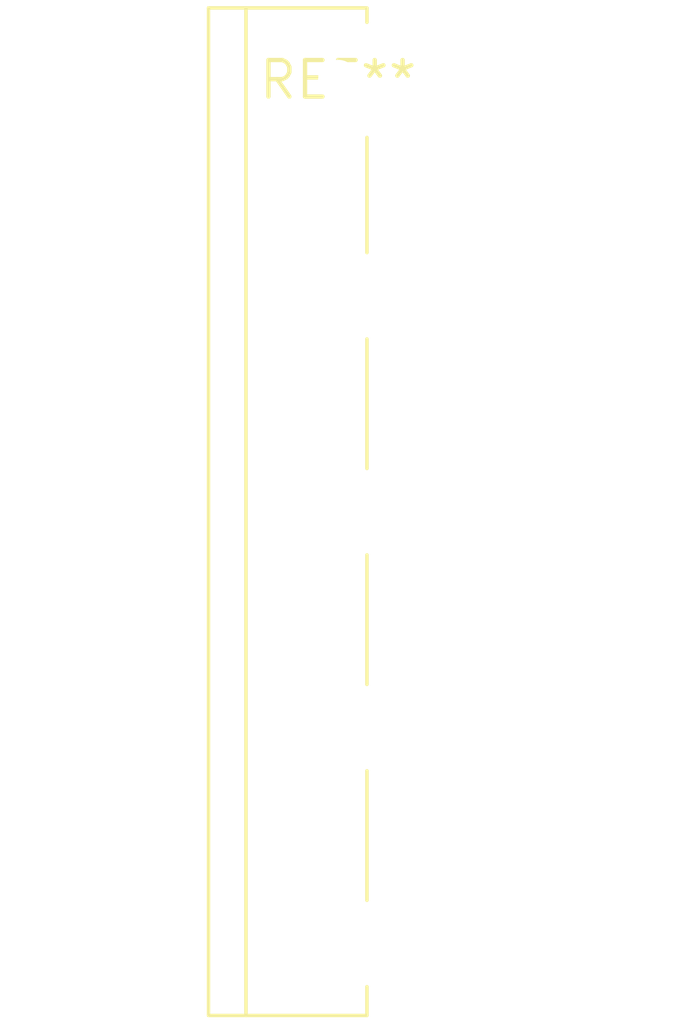
<source format=kicad_pcb>
(kicad_pcb (version 20240108) (generator pcbnew)
  (layers (0 "F.Cu" signal) (31 "B.Cu" signal) (34 "B.Paste" user) (35 "F.Paste" user) (36 "B.SilkS" user "B.Silkscreen") (37 "F.SilkS" user "F.Silkscreen") (38 "B.Mask" user) (39 "F.Mask" user) (44 "Edge.Cuts" user))
  (net 0 "")
  (footprint "Diode_Bridge_IXYS_GUFP" (layer "F.Cu") (at 0 0)
    (property "Reference" "REF**")
    (property "Value" "Diode_Bridge_IXYS_GUFP")
    (fp_line (start -4.5 -2.5) (end -4.5 32.5) (layer "F.SilkS") (stroke (width 0.12)))
    (fp_line (start -3.2 -2.5) (end -3.2 32.5) (layer "F.SilkS") (stroke (width 0.12)))
    (fp_line (start 1 -2.5) (end -4.5 -2.5) (layer "F.SilkS") (stroke (width 0.12)))
    (fp_line (start 1 -2.5) (end 1 -2) (layer "F.SilkS") (stroke (width 0.12)))
    (fp_line (start 1 2) (end 1 6) (layer "F.SilkS") (stroke (width 0.12)))
    (fp_line (start 1 9) (end 1 13.5) (layer "F.SilkS") (stroke (width 0.12)))
    (fp_line (start 1 16.5) (end 1 21) (layer "F.SilkS") (stroke (width 0.12)))
    (fp_line (start 1 24) (end 1 28.5) (layer "F.SilkS") (stroke (width 0.12)))
    (fp_line (start 1 31.5) (end 1 32.5) (layer "F.SilkS") (stroke (width 0.12)))
    (fp_line (start 1 32.5) (end -4.5 32.5) (layer "F.SilkS") (stroke (width 0.12)))
    (pad "1" thru_hole rect (at 0 0) (size 3 3) (drill 1.39) (layers *.Cu *.Mask) (remove_unused_layers))
    (pad "2" thru_hole circle (at 0 7.5) (size 3 3) (drill 1.39) (layers *.Cu *.Mask) (remove_unused_layers))
    (pad "3" thru_hole circle (at 0 15) (size 3 3) (drill 1.39) (layers *.Cu *.Mask) (remove_unused_layers))
    (pad "4" thru_hole circle (at 0 22.5) (size 3 3) (drill 1.39) (layers *.Cu *.Mask) (remove_unused_layers))
    (pad "5" thru_hole circle (at 0 30) (size 3 3) (drill 1.39) (layers *.Cu *.Mask) (remove_unused_layers))
  )
)
</source>
